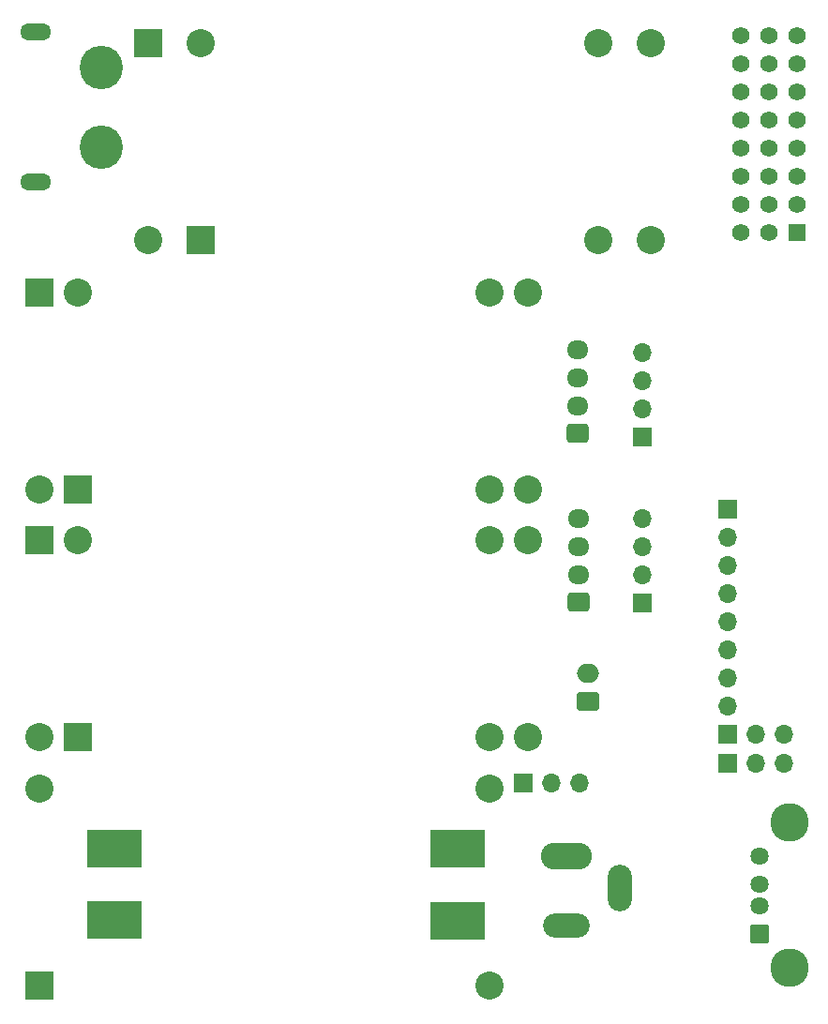
<source format=gbs>
G04 #@! TF.GenerationSoftware,KiCad,Pcbnew,7.0.8*
G04 #@! TF.CreationDate,2024-04-19T19:44:49-04:00*
G04 #@! TF.ProjectId,Aero_PDB,4165726f-5f50-4444-922e-6b696361645f,rev?*
G04 #@! TF.SameCoordinates,Original*
G04 #@! TF.FileFunction,Soldermask,Bot*
G04 #@! TF.FilePolarity,Negative*
%FSLAX46Y46*%
G04 Gerber Fmt 4.6, Leading zero omitted, Abs format (unit mm)*
G04 Created by KiCad (PCBNEW 7.0.8) date 2024-04-19 19:44:49*
%MOMM*%
%LPD*%
G01*
G04 APERTURE LIST*
G04 Aperture macros list*
%AMRoundRect*
0 Rectangle with rounded corners*
0 $1 Rounding radius*
0 $2 $3 $4 $5 $6 $7 $8 $9 X,Y pos of 4 corners*
0 Add a 4 corners polygon primitive as box body*
4,1,4,$2,$3,$4,$5,$6,$7,$8,$9,$2,$3,0*
0 Add four circle primitives for the rounded corners*
1,1,$1+$1,$2,$3*
1,1,$1+$1,$4,$5*
1,1,$1+$1,$6,$7*
1,1,$1+$1,$8,$9*
0 Add four rect primitives between the rounded corners*
20,1,$1+$1,$2,$3,$4,$5,0*
20,1,$1+$1,$4,$5,$6,$7,0*
20,1,$1+$1,$6,$7,$8,$9,0*
20,1,$1+$1,$8,$9,$2,$3,0*%
G04 Aperture macros list end*
%ADD10R,2.540000X2.540000*%
%ADD11C,2.540000*%
%ADD12R,1.700000X1.700000*%
%ADD13O,1.700000X1.700000*%
%ADD14R,5.000000X3.500000*%
%ADD15O,4.604000X2.404000*%
%ADD16O,4.204000X2.204000*%
%ADD17O,2.204000X4.204000*%
%ADD18RoundRect,0.102000X0.714000X-0.714000X0.714000X0.714000X-0.714000X0.714000X-0.714000X-0.714000X0*%
%ADD19C,1.632000*%
%ADD20C,3.480000*%
%ADD21RoundRect,0.250000X0.750000X-0.600000X0.750000X0.600000X-0.750000X0.600000X-0.750000X-0.600000X0*%
%ADD22O,2.000000X1.700000*%
%ADD23RoundRect,0.102000X0.685000X-0.685000X0.685000X0.685000X-0.685000X0.685000X-0.685000X-0.685000X0*%
%ADD24C,1.574000*%
%ADD25RoundRect,0.250000X0.725000X-0.600000X0.725000X0.600000X-0.725000X0.600000X-0.725000X-0.600000X0*%
%ADD26O,1.950000X1.700000*%
%ADD27C,3.920000*%
%ADD28O,2.804000X1.504000*%
G04 APERTURE END LIST*
D10*
X62230000Y-99796600D03*
D11*
X62230000Y-117576600D03*
X102870000Y-117576600D03*
X102870000Y-99796600D03*
D12*
X124333000Y-97002600D03*
D13*
X124333000Y-99542600D03*
X124333000Y-102082600D03*
X124333000Y-104622600D03*
X124333000Y-107162600D03*
X124333000Y-109702600D03*
X124333000Y-112242600D03*
X124333000Y-114782600D03*
D14*
X68961000Y-134086600D03*
X68961000Y-127636600D03*
X99961000Y-127636600D03*
X99961000Y-134136600D03*
D10*
X72009000Y-54914800D03*
D11*
X72009000Y-72694800D03*
X112649000Y-72694800D03*
X112649000Y-54914800D03*
D15*
X109789200Y-128274500D03*
D16*
X109789200Y-134574500D03*
D17*
X114589200Y-131174500D03*
D18*
X127230700Y-135309700D03*
D19*
X127230700Y-132809700D03*
X127230700Y-130809700D03*
X127230700Y-128309700D03*
D20*
X129940700Y-138379700D03*
X129940700Y-125239700D03*
D12*
X116662200Y-90424000D03*
D13*
X116662200Y-87884000D03*
X116662200Y-85344000D03*
X116662200Y-82804000D03*
D21*
X111709200Y-114300000D03*
D22*
X111709200Y-111800000D03*
D12*
X124333000Y-117322600D03*
D13*
X126873000Y-117322600D03*
X129413000Y-117322600D03*
D12*
X105867200Y-121666000D03*
D13*
X108407200Y-121666000D03*
X110947200Y-121666000D03*
D12*
X116662200Y-105410000D03*
D13*
X116662200Y-102870000D03*
X116662200Y-100330000D03*
X116662200Y-97790000D03*
D23*
X130632200Y-72009000D03*
D24*
X128092200Y-72009000D03*
X125552200Y-72009000D03*
X130632200Y-69469000D03*
X128092200Y-69469000D03*
X125552200Y-69469000D03*
X130632200Y-66929000D03*
X128092200Y-66929000D03*
X125552200Y-66929000D03*
X130632200Y-64389000D03*
X128092200Y-64389000D03*
X125552200Y-64389000D03*
X130632200Y-61849000D03*
X128092200Y-61849000D03*
X125552200Y-61849000D03*
X130632200Y-59309000D03*
X128092200Y-59309000D03*
X125552200Y-59309000D03*
X130632200Y-56769000D03*
X128092200Y-56769000D03*
X125552200Y-56769000D03*
X130632200Y-54229000D03*
X128092200Y-54229000D03*
X125552200Y-54229000D03*
D10*
X62230000Y-77393800D03*
D11*
X62230000Y-95173800D03*
X102870000Y-95173800D03*
X102870000Y-77393800D03*
D25*
X110921800Y-105359200D03*
D26*
X110921800Y-102859200D03*
X110921800Y-100359200D03*
X110921800Y-97859200D03*
D25*
X110820200Y-90119200D03*
D26*
X110820200Y-87619200D03*
X110820200Y-85119200D03*
X110820200Y-82619200D03*
D12*
X124337072Y-119888000D03*
D13*
X126877072Y-119888000D03*
X129417072Y-119888000D03*
D27*
X67843400Y-57062000D03*
X67843400Y-64262000D03*
D28*
X61843400Y-67412000D03*
X61843400Y-53912000D03*
D10*
X65684400Y-95173800D03*
D11*
X65684400Y-77393800D03*
X106324400Y-77393800D03*
X106324400Y-95173800D03*
D10*
X65684400Y-117576600D03*
D11*
X65684400Y-99796600D03*
X106324400Y-99796600D03*
X106324400Y-117576600D03*
D10*
X76809600Y-72694800D03*
D11*
X76809600Y-54914800D03*
X117449600Y-54914800D03*
X117449600Y-72694800D03*
D10*
X62230000Y-139979400D03*
D11*
X62230000Y-122199400D03*
X102870000Y-122199400D03*
X102870000Y-139979400D03*
M02*

</source>
